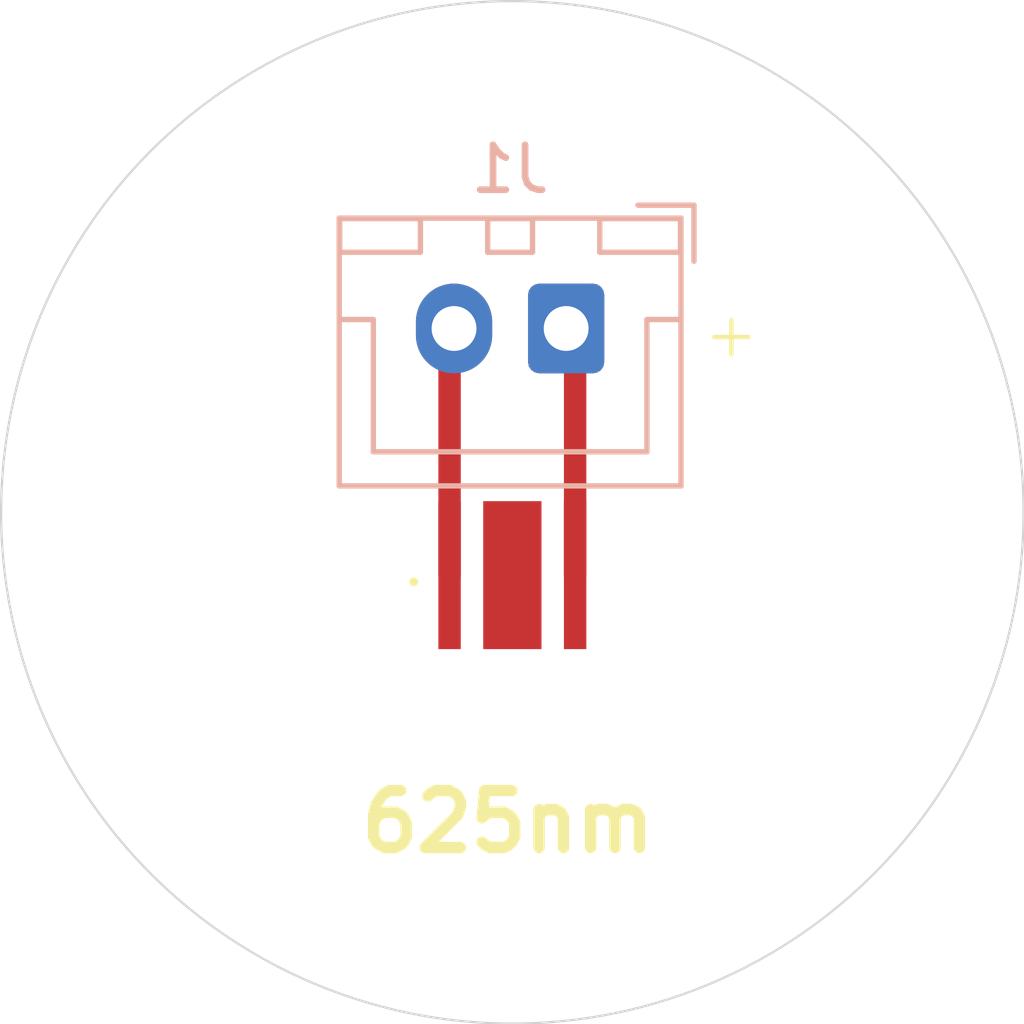
<source format=kicad_pcb>
(kicad_pcb (version 20240108) (generator "pcbnew") (generator_version "8.0")
  (layers (0 "F.Cu" signal) (31 "B.Cu" signal) (34 "B.Paste" user) (35 "F.Paste" user) (36 "B.SilkS" user "B.Silkscreen") (37 "F.SilkS" user "F.Silkscreen") (38 "B.Mask" user) (39 "F.Mask" user) (44 "Edge.Cuts" user))
  (net 0 "")
  (net 1 "Net-(J1-Pin_1)")
  (net 2 "Net-(J1-Pin_2)")
  (footprint "6_wave_stimulator:XPEBRDL1000000902" (layer "F.Cu") (at 147.5 99.4)
    (property "Reference" "625nm" (at -0.1 5.5 0) (layer "F.SilkS") (effects (font (size 1.27 1.27) (thickness 0.254))))
    (property "Value" "XPEBRD-L1-0000-00902" (hide yes))
    (fp_line (start -2.2 0.1) (end -2.2 0.1) (stroke (width 0.1)) (layer "F.SilkS"))
    (fp_line (start -2.2 0.2) (end -2.2 0.2) (stroke (width 0.1)) (layer "F.SilkS"))
    (fp_arc (start -2.2 0.1) (mid -2.15 0.15) (end -2.2 0.2) (stroke (width 0.1)) (layer "F.SilkS"))
    (fp_arc (start -2.2 0.2) (mid -2.25 0.15) (end -2.2 0.1) (stroke (width 0.1)) (layer "F.SilkS"))
    (pad "1" smd rect (at -1.4 0) (size 0.5 3.3) (layers "F.Cu" "F.Paste" "F.Mask") (net 2 "Net-(J1-Pin_2)"))
    (pad "2" smd rect (at 1.4 0) (size 0.5 3.3) (layers "F.Cu" "F.Paste" "F.Mask") (net 1 "Net-(J1-Pin_1)"))
    (pad "3" smd rect (at 0 0) (size 1.3 3.3) (layers "F.Cu" "F.Paste" "F.Mask"))
  )
  (footprint "Connector_JST:JST_XH_B2B-XH-A_1x02_P2.50mm_Vertical" (layer "B.Cu") (at 148.7 93.9 180)
    (property "Reference" "J1" (at 1.25 3.55 0) (layer "B.SilkS") (effects (justify mirror)))
    (property "Value" "Conn_01x02_Socket")
    (fp_line (start 5.06 2.46) (end 5.06 -3.51) (stroke (width 0.12)) (layer "B.SilkS"))
    (fp_line (start 5.06 -3.51) (end -2.56 -3.51) (stroke (width 0.12)) (layer "B.SilkS"))
    (fp_line (start 5.05 2.45) (end 5.05 1.7) (stroke (width 0.12)) (layer "B.SilkS"))
    (fp_line (start 5.05 1.7) (end 3.25 1.7) (stroke (width 0.12)) (layer "B.SilkS"))
    (fp_line (start 4.3 0.2) (end 5.05 0.2) (stroke (width 0.12)) (layer "B.SilkS"))
    (fp_line (start 4.3 -2.75) (end 4.3 0.2) (stroke (width 0.12)) (layer "B.SilkS"))
    (fp_line (start 3.25 2.45) (end 5.05 2.45) (stroke (width 0.12)) (layer "B.SilkS"))
    (fp_line (start 3.25 1.7) (end 3.25 2.45) (stroke (width 0.12)) (layer "B.SilkS"))
    (fp_line (start 1.75 2.45) (end 1.75 1.7) (stroke (width 0.12)) (layer "B.SilkS"))
    (fp_line (start 1.75 1.7) (end 0.75 1.7) (stroke (width 0.12)) (layer "B.SilkS"))
    (fp_line (start 1.25 -2.75) (end 4.3 -2.75) (stroke (width 0.12)) (layer "B.SilkS"))
    (fp_line (start 1.25 -2.75) (end -1.8 -2.75) (stroke (width 0.12)) (layer "B.SilkS"))
    (fp_line (start 0.75 2.45) (end 1.75 2.45) (stroke (width 0.12)) (layer "B.SilkS"))
    (fp_line (start 0.75 1.7) (end 0.75 2.45) (stroke (width 0.12)) (layer "B.SilkS"))
    (fp_line (start -0.75 2.45) (end -0.75 1.7) (stroke (width 0.12)) (layer "B.SilkS"))
    (fp_line (start -0.75 1.7) (end -2.55 1.7) (stroke (width 0.12)) (layer "B.SilkS"))
    (fp_line (start -1.8 0.2) (end -2.55 0.2) (stroke (width 0.12)) (layer "B.SilkS"))
    (fp_line (start -1.8 -2.75) (end -1.8 0.2) (stroke (width 0.12)) (layer "B.SilkS"))
    (fp_line (start -2.55 2.45) (end -0.75 2.45) (stroke (width 0.12)) (layer "B.SilkS"))
    (fp_line (start -2.55 1.7) (end -2.55 2.45) (stroke (width 0.12)) (layer "B.SilkS"))
    (fp_line (start -2.56 2.46) (end 5.06 2.46) (stroke (width 0.12)) (layer "B.SilkS"))
    (fp_line (start -2.56 -3.51) (end -2.56 2.46) (stroke (width 0.12)) (layer "B.SilkS"))
    (fp_line (start -2.85 2.75) (end -1.6 2.75) (stroke (width 0.12)) (layer "B.SilkS"))
    (fp_line (start -2.85 1.5) (end -2.85 2.75) (stroke (width 0.12)) (layer "B.SilkS"))
    (pad "1" thru_hole roundrect (at 0 0 180) (size 1.7 2) (drill 1) (layers "*.Cu" "*.Mask") (roundrect_rratio 0.147059) (net 1 "Net-(J1-Pin_1)"))
    (pad "2" thru_hole oval (at 2.5 0 180) (size 1.7 2) (drill 1) (layers "*.Cu" "*.Mask") (net 2 "Net-(J1-Pin_2)"))
  )
  (gr_circle (center 147.5 98) (end 158.9 98) (stroke (width 0.05)) (fill none) (layer "Edge.Cuts"))
  (gr_text "+" (at 151.7 94.6 0) (layer "F.SilkS") (effects (font (size 1 1) (thickness 0.1)) (justify left bottom)))
  (segment (start 148.9 99.4) (end 148.9 94.1) (width 0.5) (layer "F.Cu") (net 1))
  (segment (start 148.9 94.1) (end 148.7 93.9) (width 0.5) (layer "F.Cu") (net 1))
  (segment (start 146.1 94) (end 146.2 93.9) (width 0.5) (layer "F.Cu") (net 2))
  (segment (start 146.1 99.4) (end 146.1 94) (width 0.5) (layer "F.Cu") (net 2))
)
</source>
